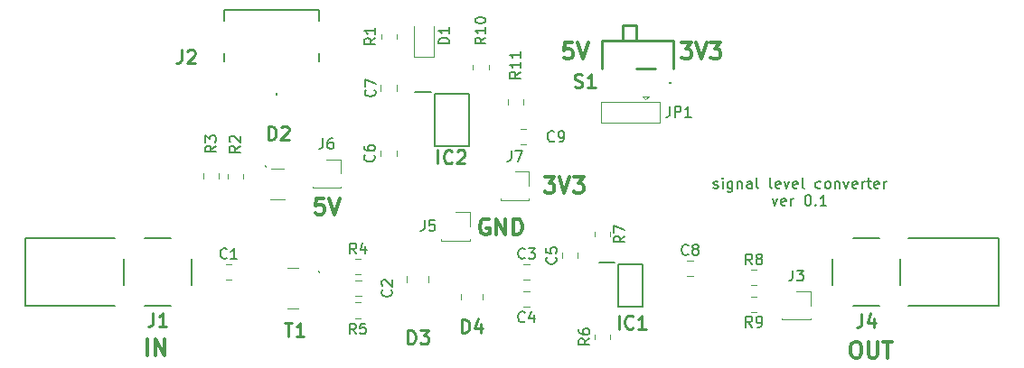
<source format=gto>
G04 #@! TF.GenerationSoftware,KiCad,Pcbnew,(6.0.0)*
G04 #@! TF.CreationDate,2022-02-06T13:52:44+09:00*
G04 #@! TF.ProjectId,mt_signallevelconv,6d745f73-6967-46e6-916c-6c6576656c63,0.1*
G04 #@! TF.SameCoordinates,Original*
G04 #@! TF.FileFunction,Legend,Top*
G04 #@! TF.FilePolarity,Positive*
%FSLAX46Y46*%
G04 Gerber Fmt 4.6, Leading zero omitted, Abs format (unit mm)*
G04 Created by KiCad (PCBNEW (6.0.0)) date 2022-02-06 13:52:44*
%MOMM*%
%LPD*%
G01*
G04 APERTURE LIST*
%ADD10C,0.150000*%
%ADD11C,0.300000*%
%ADD12C,0.254000*%
%ADD13C,0.120000*%
%ADD14C,0.200000*%
%ADD15C,0.100000*%
G04 APERTURE END LIST*
D10*
X106428571Y-67749761D02*
X106523809Y-67797380D01*
X106714285Y-67797380D01*
X106809523Y-67749761D01*
X106857142Y-67654523D01*
X106857142Y-67606904D01*
X106809523Y-67511666D01*
X106714285Y-67464047D01*
X106571428Y-67464047D01*
X106476190Y-67416428D01*
X106428571Y-67321190D01*
X106428571Y-67273571D01*
X106476190Y-67178333D01*
X106571428Y-67130714D01*
X106714285Y-67130714D01*
X106809523Y-67178333D01*
X107285714Y-67797380D02*
X107285714Y-67130714D01*
X107285714Y-66797380D02*
X107238095Y-66845000D01*
X107285714Y-66892619D01*
X107333333Y-66845000D01*
X107285714Y-66797380D01*
X107285714Y-66892619D01*
X108190476Y-67130714D02*
X108190476Y-67940238D01*
X108142857Y-68035476D01*
X108095238Y-68083095D01*
X108000000Y-68130714D01*
X107857142Y-68130714D01*
X107761904Y-68083095D01*
X108190476Y-67749761D02*
X108095238Y-67797380D01*
X107904761Y-67797380D01*
X107809523Y-67749761D01*
X107761904Y-67702142D01*
X107714285Y-67606904D01*
X107714285Y-67321190D01*
X107761904Y-67225952D01*
X107809523Y-67178333D01*
X107904761Y-67130714D01*
X108095238Y-67130714D01*
X108190476Y-67178333D01*
X108666666Y-67130714D02*
X108666666Y-67797380D01*
X108666666Y-67225952D02*
X108714285Y-67178333D01*
X108809523Y-67130714D01*
X108952380Y-67130714D01*
X109047619Y-67178333D01*
X109095238Y-67273571D01*
X109095238Y-67797380D01*
X110000000Y-67797380D02*
X110000000Y-67273571D01*
X109952380Y-67178333D01*
X109857142Y-67130714D01*
X109666666Y-67130714D01*
X109571428Y-67178333D01*
X110000000Y-67749761D02*
X109904761Y-67797380D01*
X109666666Y-67797380D01*
X109571428Y-67749761D01*
X109523809Y-67654523D01*
X109523809Y-67559285D01*
X109571428Y-67464047D01*
X109666666Y-67416428D01*
X109904761Y-67416428D01*
X110000000Y-67368809D01*
X110619047Y-67797380D02*
X110523809Y-67749761D01*
X110476190Y-67654523D01*
X110476190Y-66797380D01*
X111904761Y-67797380D02*
X111809523Y-67749761D01*
X111761904Y-67654523D01*
X111761904Y-66797380D01*
X112666666Y-67749761D02*
X112571428Y-67797380D01*
X112380952Y-67797380D01*
X112285714Y-67749761D01*
X112238095Y-67654523D01*
X112238095Y-67273571D01*
X112285714Y-67178333D01*
X112380952Y-67130714D01*
X112571428Y-67130714D01*
X112666666Y-67178333D01*
X112714285Y-67273571D01*
X112714285Y-67368809D01*
X112238095Y-67464047D01*
X113047619Y-67130714D02*
X113285714Y-67797380D01*
X113523809Y-67130714D01*
X114285714Y-67749761D02*
X114190476Y-67797380D01*
X114000000Y-67797380D01*
X113904761Y-67749761D01*
X113857142Y-67654523D01*
X113857142Y-67273571D01*
X113904761Y-67178333D01*
X114000000Y-67130714D01*
X114190476Y-67130714D01*
X114285714Y-67178333D01*
X114333333Y-67273571D01*
X114333333Y-67368809D01*
X113857142Y-67464047D01*
X114904761Y-67797380D02*
X114809523Y-67749761D01*
X114761904Y-67654523D01*
X114761904Y-66797380D01*
X116476190Y-67749761D02*
X116380952Y-67797380D01*
X116190476Y-67797380D01*
X116095238Y-67749761D01*
X116047619Y-67702142D01*
X116000000Y-67606904D01*
X116000000Y-67321190D01*
X116047619Y-67225952D01*
X116095238Y-67178333D01*
X116190476Y-67130714D01*
X116380952Y-67130714D01*
X116476190Y-67178333D01*
X117047619Y-67797380D02*
X116952380Y-67749761D01*
X116904761Y-67702142D01*
X116857142Y-67606904D01*
X116857142Y-67321190D01*
X116904761Y-67225952D01*
X116952380Y-67178333D01*
X117047619Y-67130714D01*
X117190476Y-67130714D01*
X117285714Y-67178333D01*
X117333333Y-67225952D01*
X117380952Y-67321190D01*
X117380952Y-67606904D01*
X117333333Y-67702142D01*
X117285714Y-67749761D01*
X117190476Y-67797380D01*
X117047619Y-67797380D01*
X117809523Y-67130714D02*
X117809523Y-67797380D01*
X117809523Y-67225952D02*
X117857142Y-67178333D01*
X117952380Y-67130714D01*
X118095238Y-67130714D01*
X118190476Y-67178333D01*
X118238095Y-67273571D01*
X118238095Y-67797380D01*
X118619047Y-67130714D02*
X118857142Y-67797380D01*
X119095238Y-67130714D01*
X119857142Y-67749761D02*
X119761904Y-67797380D01*
X119571428Y-67797380D01*
X119476190Y-67749761D01*
X119428571Y-67654523D01*
X119428571Y-67273571D01*
X119476190Y-67178333D01*
X119571428Y-67130714D01*
X119761904Y-67130714D01*
X119857142Y-67178333D01*
X119904761Y-67273571D01*
X119904761Y-67368809D01*
X119428571Y-67464047D01*
X120333333Y-67797380D02*
X120333333Y-67130714D01*
X120333333Y-67321190D02*
X120380952Y-67225952D01*
X120428571Y-67178333D01*
X120523809Y-67130714D01*
X120619047Y-67130714D01*
X120809523Y-67130714D02*
X121190476Y-67130714D01*
X120952380Y-66797380D02*
X120952380Y-67654523D01*
X121000000Y-67749761D01*
X121095238Y-67797380D01*
X121190476Y-67797380D01*
X121904761Y-67749761D02*
X121809523Y-67797380D01*
X121619047Y-67797380D01*
X121523809Y-67749761D01*
X121476190Y-67654523D01*
X121476190Y-67273571D01*
X121523809Y-67178333D01*
X121619047Y-67130714D01*
X121809523Y-67130714D01*
X121904761Y-67178333D01*
X121952380Y-67273571D01*
X121952380Y-67368809D01*
X121476190Y-67464047D01*
X122380952Y-67797380D02*
X122380952Y-67130714D01*
X122380952Y-67321190D02*
X122428571Y-67225952D01*
X122476190Y-67178333D01*
X122571428Y-67130714D01*
X122666666Y-67130714D01*
X111952380Y-68740714D02*
X112190476Y-69407380D01*
X112428571Y-68740714D01*
X113190476Y-69359761D02*
X113095238Y-69407380D01*
X112904761Y-69407380D01*
X112809523Y-69359761D01*
X112761904Y-69264523D01*
X112761904Y-68883571D01*
X112809523Y-68788333D01*
X112904761Y-68740714D01*
X113095238Y-68740714D01*
X113190476Y-68788333D01*
X113238095Y-68883571D01*
X113238095Y-68978809D01*
X112761904Y-69074047D01*
X113666666Y-69407380D02*
X113666666Y-68740714D01*
X113666666Y-68931190D02*
X113714285Y-68835952D01*
X113761904Y-68788333D01*
X113857142Y-68740714D01*
X113952380Y-68740714D01*
X115238095Y-68407380D02*
X115333333Y-68407380D01*
X115428571Y-68455000D01*
X115476190Y-68502619D01*
X115523809Y-68597857D01*
X115571428Y-68788333D01*
X115571428Y-69026428D01*
X115523809Y-69216904D01*
X115476190Y-69312142D01*
X115428571Y-69359761D01*
X115333333Y-69407380D01*
X115238095Y-69407380D01*
X115142857Y-69359761D01*
X115095238Y-69312142D01*
X115047619Y-69216904D01*
X115000000Y-69026428D01*
X115000000Y-68788333D01*
X115047619Y-68597857D01*
X115095238Y-68502619D01*
X115142857Y-68455000D01*
X115238095Y-68407380D01*
X116000000Y-69312142D02*
X116047619Y-69359761D01*
X116000000Y-69407380D01*
X115952380Y-69359761D01*
X116000000Y-69312142D01*
X116000000Y-69407380D01*
X117000000Y-69407380D02*
X116428571Y-69407380D01*
X116714285Y-69407380D02*
X116714285Y-68407380D01*
X116619047Y-68550238D01*
X116523809Y-68645476D01*
X116428571Y-68693095D01*
D11*
X93177885Y-54128571D02*
X92463600Y-54128571D01*
X92392171Y-54842857D01*
X92463600Y-54771428D01*
X92606457Y-54700000D01*
X92963600Y-54700000D01*
X93106457Y-54771428D01*
X93177885Y-54842857D01*
X93249314Y-54985714D01*
X93249314Y-55342857D01*
X93177885Y-55485714D01*
X93106457Y-55557142D01*
X92963600Y-55628571D01*
X92606457Y-55628571D01*
X92463600Y-55557142D01*
X92392171Y-55485714D01*
X93677885Y-54128571D02*
X94177885Y-55628571D01*
X94677885Y-54128571D01*
X119650000Y-82178571D02*
X119935714Y-82178571D01*
X120078571Y-82250000D01*
X120221428Y-82392857D01*
X120292857Y-82678571D01*
X120292857Y-83178571D01*
X120221428Y-83464285D01*
X120078571Y-83607142D01*
X119935714Y-83678571D01*
X119650000Y-83678571D01*
X119507142Y-83607142D01*
X119364285Y-83464285D01*
X119292857Y-83178571D01*
X119292857Y-82678571D01*
X119364285Y-82392857D01*
X119507142Y-82250000D01*
X119650000Y-82178571D01*
X120935714Y-82178571D02*
X120935714Y-83392857D01*
X121007142Y-83535714D01*
X121078571Y-83607142D01*
X121221428Y-83678571D01*
X121507142Y-83678571D01*
X121650000Y-83607142D01*
X121721428Y-83535714D01*
X121792857Y-83392857D01*
X121792857Y-82178571D01*
X122292857Y-82178571D02*
X123150000Y-82178571D01*
X122721428Y-83678571D02*
X122721428Y-82178571D01*
X69914285Y-68728571D02*
X69200000Y-68728571D01*
X69128571Y-69442857D01*
X69200000Y-69371428D01*
X69342857Y-69300000D01*
X69700000Y-69300000D01*
X69842857Y-69371428D01*
X69914285Y-69442857D01*
X69985714Y-69585714D01*
X69985714Y-69942857D01*
X69914285Y-70085714D01*
X69842857Y-70157142D01*
X69700000Y-70228571D01*
X69342857Y-70228571D01*
X69200000Y-70157142D01*
X69128571Y-70085714D01*
X70414285Y-68728571D02*
X70914285Y-70228571D01*
X71414285Y-68728571D01*
X53409885Y-83424571D02*
X53409885Y-81924571D01*
X54124171Y-83424571D02*
X54124171Y-81924571D01*
X54981314Y-83424571D01*
X54981314Y-81924571D01*
X103442857Y-54128571D02*
X104371428Y-54128571D01*
X103871428Y-54700000D01*
X104085714Y-54700000D01*
X104228571Y-54771428D01*
X104300000Y-54842857D01*
X104371428Y-54985714D01*
X104371428Y-55342857D01*
X104300000Y-55485714D01*
X104228571Y-55557142D01*
X104085714Y-55628571D01*
X103657142Y-55628571D01*
X103514285Y-55557142D01*
X103442857Y-55485714D01*
X104800000Y-54128571D02*
X105300000Y-55628571D01*
X105800000Y-54128571D01*
X106157142Y-54128571D02*
X107085714Y-54128571D01*
X106585714Y-54700000D01*
X106800000Y-54700000D01*
X106942857Y-54771428D01*
X107014285Y-54842857D01*
X107085714Y-54985714D01*
X107085714Y-55342857D01*
X107014285Y-55485714D01*
X106942857Y-55557142D01*
X106800000Y-55628571D01*
X106371428Y-55628571D01*
X106228571Y-55557142D01*
X106157142Y-55485714D01*
X90601657Y-66734571D02*
X91530228Y-66734571D01*
X91030228Y-67306000D01*
X91244514Y-67306000D01*
X91387371Y-67377428D01*
X91458800Y-67448857D01*
X91530228Y-67591714D01*
X91530228Y-67948857D01*
X91458800Y-68091714D01*
X91387371Y-68163142D01*
X91244514Y-68234571D01*
X90815942Y-68234571D01*
X90673085Y-68163142D01*
X90601657Y-68091714D01*
X91958800Y-66734571D02*
X92458800Y-68234571D01*
X92958800Y-66734571D01*
X93315942Y-66734571D02*
X94244514Y-66734571D01*
X93744514Y-67306000D01*
X93958800Y-67306000D01*
X94101657Y-67377428D01*
X94173085Y-67448857D01*
X94244514Y-67591714D01*
X94244514Y-67948857D01*
X94173085Y-68091714D01*
X94101657Y-68163142D01*
X93958800Y-68234571D01*
X93530228Y-68234571D01*
X93387371Y-68163142D01*
X93315942Y-68091714D01*
X85386942Y-70718400D02*
X85244085Y-70646971D01*
X85029800Y-70646971D01*
X84815514Y-70718400D01*
X84672657Y-70861257D01*
X84601228Y-71004114D01*
X84529800Y-71289828D01*
X84529800Y-71504114D01*
X84601228Y-71789828D01*
X84672657Y-71932685D01*
X84815514Y-72075542D01*
X85029800Y-72146971D01*
X85172657Y-72146971D01*
X85386942Y-72075542D01*
X85458371Y-72004114D01*
X85458371Y-71504114D01*
X85172657Y-71504114D01*
X86101228Y-72146971D02*
X86101228Y-70646971D01*
X86958371Y-72146971D01*
X86958371Y-70646971D01*
X87672657Y-72146971D02*
X87672657Y-70646971D01*
X88029800Y-70646971D01*
X88244085Y-70718400D01*
X88386942Y-70861257D01*
X88458371Y-71004114D01*
X88529800Y-71289828D01*
X88529800Y-71504114D01*
X88458371Y-71789828D01*
X88386942Y-71932685D01*
X88244085Y-72075542D01*
X88029800Y-72146971D01*
X87672657Y-72146971D01*
D10*
G04 #@! TO.C,C5*
X91633142Y-74255166D02*
X91680761Y-74302785D01*
X91728380Y-74445642D01*
X91728380Y-74540880D01*
X91680761Y-74683738D01*
X91585523Y-74778976D01*
X91490285Y-74826595D01*
X91299809Y-74874214D01*
X91156952Y-74874214D01*
X90966476Y-74826595D01*
X90871238Y-74778976D01*
X90776000Y-74683738D01*
X90728380Y-74540880D01*
X90728380Y-74445642D01*
X90776000Y-74302785D01*
X90823619Y-74255166D01*
X90728380Y-73350404D02*
X90728380Y-73826595D01*
X91204571Y-73874214D01*
X91156952Y-73826595D01*
X91109333Y-73731357D01*
X91109333Y-73493261D01*
X91156952Y-73398023D01*
X91204571Y-73350404D01*
X91299809Y-73302785D01*
X91537904Y-73302785D01*
X91633142Y-73350404D01*
X91680761Y-73398023D01*
X91728380Y-73493261D01*
X91728380Y-73731357D01*
X91680761Y-73826595D01*
X91633142Y-73874214D01*
G04 #@! TO.C,R7*
X98106380Y-72260666D02*
X97630190Y-72594000D01*
X98106380Y-72832095D02*
X97106380Y-72832095D01*
X97106380Y-72451142D01*
X97154000Y-72355904D01*
X97201619Y-72308285D01*
X97296857Y-72260666D01*
X97439714Y-72260666D01*
X97534952Y-72308285D01*
X97582571Y-72355904D01*
X97630190Y-72451142D01*
X97630190Y-72832095D01*
X97106380Y-71927333D02*
X97106380Y-71260666D01*
X98106380Y-71689238D01*
G04 #@! TO.C,R8*
X110049733Y-74944380D02*
X109716400Y-74468190D01*
X109478304Y-74944380D02*
X109478304Y-73944380D01*
X109859257Y-73944380D01*
X109954495Y-73992000D01*
X110002114Y-74039619D01*
X110049733Y-74134857D01*
X110049733Y-74277714D01*
X110002114Y-74372952D01*
X109954495Y-74420571D01*
X109859257Y-74468190D01*
X109478304Y-74468190D01*
X110621161Y-74372952D02*
X110525923Y-74325333D01*
X110478304Y-74277714D01*
X110430685Y-74182476D01*
X110430685Y-74134857D01*
X110478304Y-74039619D01*
X110525923Y-73992000D01*
X110621161Y-73944380D01*
X110811638Y-73944380D01*
X110906876Y-73992000D01*
X110954495Y-74039619D01*
X111002114Y-74134857D01*
X111002114Y-74182476D01*
X110954495Y-74277714D01*
X110906876Y-74325333D01*
X110811638Y-74372952D01*
X110621161Y-74372952D01*
X110525923Y-74420571D01*
X110478304Y-74468190D01*
X110430685Y-74563428D01*
X110430685Y-74753904D01*
X110478304Y-74849142D01*
X110525923Y-74896761D01*
X110621161Y-74944380D01*
X110811638Y-74944380D01*
X110906876Y-74896761D01*
X110954495Y-74849142D01*
X111002114Y-74753904D01*
X111002114Y-74563428D01*
X110954495Y-74468190D01*
X110906876Y-74420571D01*
X110811638Y-74372952D01*
G04 #@! TO.C,C2*
X76244342Y-77324666D02*
X76291961Y-77372285D01*
X76339580Y-77515142D01*
X76339580Y-77610380D01*
X76291961Y-77753238D01*
X76196723Y-77848476D01*
X76101485Y-77896095D01*
X75911009Y-77943714D01*
X75768152Y-77943714D01*
X75577676Y-77896095D01*
X75482438Y-77848476D01*
X75387200Y-77753238D01*
X75339580Y-77610380D01*
X75339580Y-77515142D01*
X75387200Y-77372285D01*
X75434819Y-77324666D01*
X75434819Y-76943714D02*
X75387200Y-76896095D01*
X75339580Y-76800857D01*
X75339580Y-76562761D01*
X75387200Y-76467523D01*
X75434819Y-76419904D01*
X75530057Y-76372285D01*
X75625295Y-76372285D01*
X75768152Y-76419904D01*
X76339580Y-76991333D01*
X76339580Y-76372285D01*
D12*
G04 #@! TO.C,IC1*
X97558238Y-80983723D02*
X97558238Y-79713723D01*
X98888714Y-80862771D02*
X98828238Y-80923247D01*
X98646809Y-80983723D01*
X98525857Y-80983723D01*
X98344428Y-80923247D01*
X98223476Y-80802295D01*
X98163000Y-80681342D01*
X98102523Y-80439438D01*
X98102523Y-80258009D01*
X98163000Y-80016104D01*
X98223476Y-79895152D01*
X98344428Y-79774200D01*
X98525857Y-79713723D01*
X98646809Y-79713723D01*
X98828238Y-79774200D01*
X98888714Y-79834676D01*
X100098238Y-80983723D02*
X99372523Y-80983723D01*
X99735380Y-80983723D02*
X99735380Y-79713723D01*
X99614428Y-79895152D01*
X99493476Y-80016104D01*
X99372523Y-80076580D01*
G04 #@! TO.C,T1*
X66242380Y-80424923D02*
X66968095Y-80424923D01*
X66605238Y-81694923D02*
X66605238Y-80424923D01*
X68056666Y-81694923D02*
X67330952Y-81694923D01*
X67693809Y-81694923D02*
X67693809Y-80424923D01*
X67572857Y-80606352D01*
X67451904Y-80727304D01*
X67330952Y-80787780D01*
G04 #@! TO.C,S1*
X93410380Y-58258047D02*
X93591809Y-58318523D01*
X93894190Y-58318523D01*
X94015142Y-58258047D01*
X94075619Y-58197571D01*
X94136095Y-58076619D01*
X94136095Y-57955666D01*
X94075619Y-57834714D01*
X94015142Y-57774238D01*
X93894190Y-57713761D01*
X93652285Y-57653285D01*
X93531333Y-57592809D01*
X93470857Y-57532333D01*
X93410380Y-57411380D01*
X93410380Y-57290428D01*
X93470857Y-57169476D01*
X93531333Y-57109000D01*
X93652285Y-57048523D01*
X93954666Y-57048523D01*
X94136095Y-57109000D01*
X95345619Y-58318523D02*
X94619904Y-58318523D01*
X94982761Y-58318523D02*
X94982761Y-57048523D01*
X94861809Y-57229952D01*
X94740857Y-57350904D01*
X94619904Y-57411380D01*
D10*
G04 #@! TO.C,C8*
X104063033Y-73955542D02*
X104015414Y-74003161D01*
X103872557Y-74050780D01*
X103777319Y-74050780D01*
X103634461Y-74003161D01*
X103539223Y-73907923D01*
X103491604Y-73812685D01*
X103443985Y-73622209D01*
X103443985Y-73479352D01*
X103491604Y-73288876D01*
X103539223Y-73193638D01*
X103634461Y-73098400D01*
X103777319Y-73050780D01*
X103872557Y-73050780D01*
X104015414Y-73098400D01*
X104063033Y-73146019D01*
X104634461Y-73479352D02*
X104539223Y-73431733D01*
X104491604Y-73384114D01*
X104443985Y-73288876D01*
X104443985Y-73241257D01*
X104491604Y-73146019D01*
X104539223Y-73098400D01*
X104634461Y-73050780D01*
X104824938Y-73050780D01*
X104920176Y-73098400D01*
X104967795Y-73146019D01*
X105015414Y-73241257D01*
X105015414Y-73288876D01*
X104967795Y-73384114D01*
X104920176Y-73431733D01*
X104824938Y-73479352D01*
X104634461Y-73479352D01*
X104539223Y-73526971D01*
X104491604Y-73574590D01*
X104443985Y-73669828D01*
X104443985Y-73860304D01*
X104491604Y-73955542D01*
X104539223Y-74003161D01*
X104634461Y-74050780D01*
X104824938Y-74050780D01*
X104920176Y-74003161D01*
X104967795Y-73955542D01*
X105015414Y-73860304D01*
X105015414Y-73669828D01*
X104967795Y-73574590D01*
X104920176Y-73526971D01*
X104824938Y-73479352D01*
D12*
G04 #@! TO.C,IC2*
X80598038Y-65467123D02*
X80598038Y-64197123D01*
X81928514Y-65346171D02*
X81868038Y-65406647D01*
X81686609Y-65467123D01*
X81565657Y-65467123D01*
X81384228Y-65406647D01*
X81263276Y-65285695D01*
X81202800Y-65164742D01*
X81142323Y-64922838D01*
X81142323Y-64741409D01*
X81202800Y-64499504D01*
X81263276Y-64378552D01*
X81384228Y-64257600D01*
X81565657Y-64197123D01*
X81686609Y-64197123D01*
X81868038Y-64257600D01*
X81928514Y-64318076D01*
X82412323Y-64318076D02*
X82472800Y-64257600D01*
X82593752Y-64197123D01*
X82896133Y-64197123D01*
X83017085Y-64257600D01*
X83077561Y-64318076D01*
X83138038Y-64439028D01*
X83138038Y-64559980D01*
X83077561Y-64741409D01*
X82351847Y-65467123D01*
X83138038Y-65467123D01*
D10*
G04 #@! TO.C,R3*
X59811180Y-63789266D02*
X59334990Y-64122600D01*
X59811180Y-64360695D02*
X58811180Y-64360695D01*
X58811180Y-63979742D01*
X58858800Y-63884504D01*
X58906419Y-63836885D01*
X59001657Y-63789266D01*
X59144514Y-63789266D01*
X59239752Y-63836885D01*
X59287371Y-63884504D01*
X59334990Y-63979742D01*
X59334990Y-64360695D01*
X58811180Y-63455933D02*
X58811180Y-62836885D01*
X59192133Y-63170219D01*
X59192133Y-63027361D01*
X59239752Y-62932123D01*
X59287371Y-62884504D01*
X59382609Y-62836885D01*
X59620704Y-62836885D01*
X59715942Y-62884504D01*
X59763561Y-62932123D01*
X59811180Y-63027361D01*
X59811180Y-63313076D01*
X59763561Y-63408314D01*
X59715942Y-63455933D01*
G04 #@! TO.C,J3*
X113845466Y-75465980D02*
X113845466Y-76180266D01*
X113797847Y-76323123D01*
X113702609Y-76418361D01*
X113559752Y-76465980D01*
X113464514Y-76465980D01*
X114226419Y-75465980D02*
X114845466Y-75465980D01*
X114512133Y-75846933D01*
X114654990Y-75846933D01*
X114750228Y-75894552D01*
X114797847Y-75942171D01*
X114845466Y-76037409D01*
X114845466Y-76275504D01*
X114797847Y-76370742D01*
X114750228Y-76418361D01*
X114654990Y-76465980D01*
X114369276Y-76465980D01*
X114274038Y-76418361D01*
X114226419Y-76370742D01*
G04 #@! TO.C,J5*
X79341666Y-70777380D02*
X79341666Y-71491666D01*
X79294047Y-71634523D01*
X79198809Y-71729761D01*
X79055952Y-71777380D01*
X78960714Y-71777380D01*
X80294047Y-70777380D02*
X79817857Y-70777380D01*
X79770238Y-71253571D01*
X79817857Y-71205952D01*
X79913095Y-71158333D01*
X80151190Y-71158333D01*
X80246428Y-71205952D01*
X80294047Y-71253571D01*
X80341666Y-71348809D01*
X80341666Y-71586904D01*
X80294047Y-71682142D01*
X80246428Y-71729761D01*
X80151190Y-71777380D01*
X79913095Y-71777380D01*
X79817857Y-71729761D01*
X79770238Y-71682142D01*
G04 #@! TO.C,R5*
X72926533Y-81471180D02*
X72593200Y-80994990D01*
X72355104Y-81471180D02*
X72355104Y-80471180D01*
X72736057Y-80471180D01*
X72831295Y-80518800D01*
X72878914Y-80566419D01*
X72926533Y-80661657D01*
X72926533Y-80804514D01*
X72878914Y-80899752D01*
X72831295Y-80947371D01*
X72736057Y-80994990D01*
X72355104Y-80994990D01*
X73831295Y-80471180D02*
X73355104Y-80471180D01*
X73307485Y-80947371D01*
X73355104Y-80899752D01*
X73450342Y-80852133D01*
X73688438Y-80852133D01*
X73783676Y-80899752D01*
X73831295Y-80947371D01*
X73878914Y-81042609D01*
X73878914Y-81280704D01*
X73831295Y-81375942D01*
X73783676Y-81423561D01*
X73688438Y-81471180D01*
X73450342Y-81471180D01*
X73355104Y-81423561D01*
X73307485Y-81375942D01*
G04 #@! TO.C,R6*
X94806380Y-81880666D02*
X94330190Y-82214000D01*
X94806380Y-82452095D02*
X93806380Y-82452095D01*
X93806380Y-82071142D01*
X93854000Y-81975904D01*
X93901619Y-81928285D01*
X93996857Y-81880666D01*
X94139714Y-81880666D01*
X94234952Y-81928285D01*
X94282571Y-81975904D01*
X94330190Y-82071142D01*
X94330190Y-82452095D01*
X93806380Y-81023523D02*
X93806380Y-81214000D01*
X93854000Y-81309238D01*
X93901619Y-81356857D01*
X94044476Y-81452095D01*
X94234952Y-81499714D01*
X94615904Y-81499714D01*
X94711142Y-81452095D01*
X94758761Y-81404476D01*
X94806380Y-81309238D01*
X94806380Y-81118761D01*
X94758761Y-81023523D01*
X94711142Y-80975904D01*
X94615904Y-80928285D01*
X94377809Y-80928285D01*
X94282571Y-80975904D01*
X94234952Y-81023523D01*
X94187333Y-81118761D01*
X94187333Y-81309238D01*
X94234952Y-81404476D01*
X94282571Y-81452095D01*
X94377809Y-81499714D01*
G04 #@! TO.C,JP1*
X102333066Y-60091980D02*
X102333066Y-60806266D01*
X102285447Y-60949123D01*
X102190209Y-61044361D01*
X102047352Y-61091980D01*
X101952114Y-61091980D01*
X102809257Y-61091980D02*
X102809257Y-60091980D01*
X103190209Y-60091980D01*
X103285447Y-60139600D01*
X103333066Y-60187219D01*
X103380685Y-60282457D01*
X103380685Y-60425314D01*
X103333066Y-60520552D01*
X103285447Y-60568171D01*
X103190209Y-60615790D01*
X102809257Y-60615790D01*
X104333066Y-61091980D02*
X103761638Y-61091980D01*
X104047352Y-61091980D02*
X104047352Y-60091980D01*
X103952114Y-60234838D01*
X103856876Y-60330076D01*
X103761638Y-60377695D01*
G04 #@! TO.C,C9*
X91502933Y-63315742D02*
X91455314Y-63363361D01*
X91312457Y-63410980D01*
X91217219Y-63410980D01*
X91074361Y-63363361D01*
X90979123Y-63268123D01*
X90931504Y-63172885D01*
X90883885Y-62982409D01*
X90883885Y-62839552D01*
X90931504Y-62649076D01*
X90979123Y-62553838D01*
X91074361Y-62458600D01*
X91217219Y-62410980D01*
X91312457Y-62410980D01*
X91455314Y-62458600D01*
X91502933Y-62506219D01*
X91979123Y-63410980D02*
X92169600Y-63410980D01*
X92264838Y-63363361D01*
X92312457Y-63315742D01*
X92407695Y-63172885D01*
X92455314Y-62982409D01*
X92455314Y-62601457D01*
X92407695Y-62506219D01*
X92360076Y-62458600D01*
X92264838Y-62410980D01*
X92074361Y-62410980D01*
X91979123Y-62458600D01*
X91931504Y-62506219D01*
X91883885Y-62601457D01*
X91883885Y-62839552D01*
X91931504Y-62934790D01*
X91979123Y-62982409D01*
X92074361Y-63030028D01*
X92264838Y-63030028D01*
X92360076Y-62982409D01*
X92407695Y-62934790D01*
X92455314Y-62839552D01*
G04 #@! TO.C,J6*
X69845866Y-63073580D02*
X69845866Y-63787866D01*
X69798247Y-63930723D01*
X69703009Y-64025961D01*
X69560152Y-64073580D01*
X69464914Y-64073580D01*
X70750628Y-63073580D02*
X70560152Y-63073580D01*
X70464914Y-63121200D01*
X70417295Y-63168819D01*
X70322057Y-63311676D01*
X70274438Y-63502152D01*
X70274438Y-63883104D01*
X70322057Y-63978342D01*
X70369676Y-64025961D01*
X70464914Y-64073580D01*
X70655390Y-64073580D01*
X70750628Y-64025961D01*
X70798247Y-63978342D01*
X70845866Y-63883104D01*
X70845866Y-63645009D01*
X70798247Y-63549771D01*
X70750628Y-63502152D01*
X70655390Y-63454533D01*
X70464914Y-63454533D01*
X70369676Y-63502152D01*
X70322057Y-63549771D01*
X70274438Y-63645009D01*
D12*
G04 #@! TO.C,D2*
X64720619Y-63229923D02*
X64720619Y-61959923D01*
X65023000Y-61959923D01*
X65204428Y-62020400D01*
X65325380Y-62141352D01*
X65385857Y-62262304D01*
X65446333Y-62504209D01*
X65446333Y-62685638D01*
X65385857Y-62927542D01*
X65325380Y-63048495D01*
X65204428Y-63169447D01*
X65023000Y-63229923D01*
X64720619Y-63229923D01*
X65930142Y-62080876D02*
X65990619Y-62020400D01*
X66111571Y-61959923D01*
X66413952Y-61959923D01*
X66534904Y-62020400D01*
X66595380Y-62080876D01*
X66655857Y-62201828D01*
X66655857Y-62322780D01*
X66595380Y-62504209D01*
X65869666Y-63229923D01*
X66655857Y-63229923D01*
D10*
G04 #@! TO.C,C4*
X88746833Y-80258342D02*
X88699214Y-80305961D01*
X88556357Y-80353580D01*
X88461119Y-80353580D01*
X88318261Y-80305961D01*
X88223023Y-80210723D01*
X88175404Y-80115485D01*
X88127785Y-79925009D01*
X88127785Y-79782152D01*
X88175404Y-79591676D01*
X88223023Y-79496438D01*
X88318261Y-79401200D01*
X88461119Y-79353580D01*
X88556357Y-79353580D01*
X88699214Y-79401200D01*
X88746833Y-79448819D01*
X89603976Y-79686914D02*
X89603976Y-80353580D01*
X89365880Y-79305961D02*
X89127785Y-80020247D01*
X89746833Y-80020247D01*
G04 #@! TO.C,R11*
X88335380Y-56874057D02*
X87859190Y-57207390D01*
X88335380Y-57445485D02*
X87335380Y-57445485D01*
X87335380Y-57064533D01*
X87383000Y-56969295D01*
X87430619Y-56921676D01*
X87525857Y-56874057D01*
X87668714Y-56874057D01*
X87763952Y-56921676D01*
X87811571Y-56969295D01*
X87859190Y-57064533D01*
X87859190Y-57445485D01*
X88335380Y-55921676D02*
X88335380Y-56493104D01*
X88335380Y-56207390D02*
X87335380Y-56207390D01*
X87478238Y-56302628D01*
X87573476Y-56397866D01*
X87621095Y-56493104D01*
X88335380Y-54969295D02*
X88335380Y-55540723D01*
X88335380Y-55255009D02*
X87335380Y-55255009D01*
X87478238Y-55350247D01*
X87573476Y-55445485D01*
X87621095Y-55540723D01*
G04 #@! TO.C,C3*
X88746833Y-74311142D02*
X88699214Y-74358761D01*
X88556357Y-74406380D01*
X88461119Y-74406380D01*
X88318261Y-74358761D01*
X88223023Y-74263523D01*
X88175404Y-74168285D01*
X88127785Y-73977809D01*
X88127785Y-73834952D01*
X88175404Y-73644476D01*
X88223023Y-73549238D01*
X88318261Y-73454000D01*
X88461119Y-73406380D01*
X88556357Y-73406380D01*
X88699214Y-73454000D01*
X88746833Y-73501619D01*
X89080166Y-73406380D02*
X89699214Y-73406380D01*
X89365880Y-73787333D01*
X89508738Y-73787333D01*
X89603976Y-73834952D01*
X89651595Y-73882571D01*
X89699214Y-73977809D01*
X89699214Y-74215904D01*
X89651595Y-74311142D01*
X89603976Y-74358761D01*
X89508738Y-74406380D01*
X89223023Y-74406380D01*
X89127785Y-74358761D01*
X89080166Y-74311142D01*
G04 #@! TO.C,C1*
X60836133Y-74311142D02*
X60788514Y-74358761D01*
X60645657Y-74406380D01*
X60550419Y-74406380D01*
X60407561Y-74358761D01*
X60312323Y-74263523D01*
X60264704Y-74168285D01*
X60217085Y-73977809D01*
X60217085Y-73834952D01*
X60264704Y-73644476D01*
X60312323Y-73549238D01*
X60407561Y-73454000D01*
X60550419Y-73406380D01*
X60645657Y-73406380D01*
X60788514Y-73454000D01*
X60836133Y-73501619D01*
X61788514Y-74406380D02*
X61217085Y-74406380D01*
X61502800Y-74406380D02*
X61502800Y-73406380D01*
X61407561Y-73549238D01*
X61312323Y-73644476D01*
X61217085Y-73692095D01*
G04 #@! TO.C,R2*
X62071780Y-63814666D02*
X61595590Y-64148000D01*
X62071780Y-64386095D02*
X61071780Y-64386095D01*
X61071780Y-64005142D01*
X61119400Y-63909904D01*
X61167019Y-63862285D01*
X61262257Y-63814666D01*
X61405114Y-63814666D01*
X61500352Y-63862285D01*
X61547971Y-63909904D01*
X61595590Y-64005142D01*
X61595590Y-64386095D01*
X61167019Y-63433714D02*
X61119400Y-63386095D01*
X61071780Y-63290857D01*
X61071780Y-63052761D01*
X61119400Y-62957523D01*
X61167019Y-62909904D01*
X61262257Y-62862285D01*
X61357495Y-62862285D01*
X61500352Y-62909904D01*
X62071780Y-63481333D01*
X62071780Y-62862285D01*
G04 #@! TO.C,R10*
X85084180Y-53622857D02*
X84607990Y-53956190D01*
X85084180Y-54194285D02*
X84084180Y-54194285D01*
X84084180Y-53813333D01*
X84131800Y-53718095D01*
X84179419Y-53670476D01*
X84274657Y-53622857D01*
X84417514Y-53622857D01*
X84512752Y-53670476D01*
X84560371Y-53718095D01*
X84607990Y-53813333D01*
X84607990Y-54194285D01*
X85084180Y-52670476D02*
X85084180Y-53241904D01*
X85084180Y-52956190D02*
X84084180Y-52956190D01*
X84227038Y-53051428D01*
X84322276Y-53146666D01*
X84369895Y-53241904D01*
X84084180Y-52051428D02*
X84084180Y-51956190D01*
X84131800Y-51860952D01*
X84179419Y-51813333D01*
X84274657Y-51765714D01*
X84465133Y-51718095D01*
X84703228Y-51718095D01*
X84893704Y-51765714D01*
X84988942Y-51813333D01*
X85036561Y-51860952D01*
X85084180Y-51956190D01*
X85084180Y-52051428D01*
X85036561Y-52146666D01*
X84988942Y-52194285D01*
X84893704Y-52241904D01*
X84703228Y-52289523D01*
X84465133Y-52289523D01*
X84274657Y-52241904D01*
X84179419Y-52194285D01*
X84131800Y-52146666D01*
X84084180Y-52051428D01*
G04 #@! TO.C,J7*
X87475466Y-64238380D02*
X87475466Y-64952666D01*
X87427847Y-65095523D01*
X87332609Y-65190761D01*
X87189752Y-65238380D01*
X87094514Y-65238380D01*
X87856419Y-64238380D02*
X88523085Y-64238380D01*
X88094514Y-65238380D01*
D12*
G04 #@! TO.C,J4*
X120308666Y-79561323D02*
X120308666Y-80468466D01*
X120248190Y-80649895D01*
X120127238Y-80770847D01*
X119945809Y-80831323D01*
X119824857Y-80831323D01*
X121457714Y-79984657D02*
X121457714Y-80831323D01*
X121155333Y-79500847D02*
X120852952Y-80407990D01*
X121639142Y-80407990D01*
G04 #@! TO.C,D4*
X82823819Y-81339323D02*
X82823819Y-80069323D01*
X83126200Y-80069323D01*
X83307628Y-80129800D01*
X83428580Y-80250752D01*
X83489057Y-80371704D01*
X83549533Y-80613609D01*
X83549533Y-80795038D01*
X83489057Y-81036942D01*
X83428580Y-81157895D01*
X83307628Y-81278847D01*
X83126200Y-81339323D01*
X82823819Y-81339323D01*
X84638104Y-80492657D02*
X84638104Y-81339323D01*
X84335723Y-80008847D02*
X84033342Y-80915990D01*
X84819533Y-80915990D01*
D10*
G04 #@! TO.C,C6*
X74600342Y-64652866D02*
X74647961Y-64700485D01*
X74695580Y-64843342D01*
X74695580Y-64938580D01*
X74647961Y-65081438D01*
X74552723Y-65176676D01*
X74457485Y-65224295D01*
X74267009Y-65271914D01*
X74124152Y-65271914D01*
X73933676Y-65224295D01*
X73838438Y-65176676D01*
X73743200Y-65081438D01*
X73695580Y-64938580D01*
X73695580Y-64843342D01*
X73743200Y-64700485D01*
X73790819Y-64652866D01*
X73695580Y-63795723D02*
X73695580Y-63986200D01*
X73743200Y-64081438D01*
X73790819Y-64129057D01*
X73933676Y-64224295D01*
X74124152Y-64271914D01*
X74505104Y-64271914D01*
X74600342Y-64224295D01*
X74647961Y-64176676D01*
X74695580Y-64081438D01*
X74695580Y-63890961D01*
X74647961Y-63795723D01*
X74600342Y-63748104D01*
X74505104Y-63700485D01*
X74267009Y-63700485D01*
X74171771Y-63748104D01*
X74124152Y-63795723D01*
X74076533Y-63890961D01*
X74076533Y-64081438D01*
X74124152Y-64176676D01*
X74171771Y-64224295D01*
X74267009Y-64271914D01*
G04 #@! TO.C,R9*
X110049733Y-80810780D02*
X109716400Y-80334590D01*
X109478304Y-80810780D02*
X109478304Y-79810780D01*
X109859257Y-79810780D01*
X109954495Y-79858400D01*
X110002114Y-79906019D01*
X110049733Y-80001257D01*
X110049733Y-80144114D01*
X110002114Y-80239352D01*
X109954495Y-80286971D01*
X109859257Y-80334590D01*
X109478304Y-80334590D01*
X110525923Y-80810780D02*
X110716400Y-80810780D01*
X110811638Y-80763161D01*
X110859257Y-80715542D01*
X110954495Y-80572685D01*
X111002114Y-80382209D01*
X111002114Y-80001257D01*
X110954495Y-79906019D01*
X110906876Y-79858400D01*
X110811638Y-79810780D01*
X110621161Y-79810780D01*
X110525923Y-79858400D01*
X110478304Y-79906019D01*
X110430685Y-80001257D01*
X110430685Y-80239352D01*
X110478304Y-80334590D01*
X110525923Y-80382209D01*
X110621161Y-80429828D01*
X110811638Y-80429828D01*
X110906876Y-80382209D01*
X110954495Y-80334590D01*
X111002114Y-80239352D01*
G04 #@! TO.C,C7*
X74672942Y-58535366D02*
X74720561Y-58582985D01*
X74768180Y-58725842D01*
X74768180Y-58821080D01*
X74720561Y-58963938D01*
X74625323Y-59059176D01*
X74530085Y-59106795D01*
X74339609Y-59154414D01*
X74196752Y-59154414D01*
X74006276Y-59106795D01*
X73911038Y-59059176D01*
X73815800Y-58963938D01*
X73768180Y-58821080D01*
X73768180Y-58725842D01*
X73815800Y-58582985D01*
X73863419Y-58535366D01*
X73768180Y-58202033D02*
X73768180Y-57535366D01*
X74768180Y-57963938D01*
D12*
G04 #@! TO.C,J1*
X53924666Y-79459723D02*
X53924666Y-80366866D01*
X53864190Y-80548295D01*
X53743238Y-80669247D01*
X53561809Y-80729723D01*
X53440857Y-80729723D01*
X55194666Y-80729723D02*
X54468952Y-80729723D01*
X54831809Y-80729723D02*
X54831809Y-79459723D01*
X54710857Y-79641152D01*
X54589904Y-79762104D01*
X54468952Y-79822580D01*
G04 #@! TO.C,J2*
X56601666Y-54779523D02*
X56601666Y-55686666D01*
X56541190Y-55868095D01*
X56420238Y-55989047D01*
X56238809Y-56049523D01*
X56117857Y-56049523D01*
X57145952Y-54900476D02*
X57206428Y-54840000D01*
X57327380Y-54779523D01*
X57629761Y-54779523D01*
X57750714Y-54840000D01*
X57811190Y-54900476D01*
X57871666Y-55021428D01*
X57871666Y-55142380D01*
X57811190Y-55323809D01*
X57085476Y-56049523D01*
X57871666Y-56049523D01*
D10*
G04 #@! TO.C,D1*
X81680580Y-54200695D02*
X80680580Y-54200695D01*
X80680580Y-53962600D01*
X80728200Y-53819742D01*
X80823438Y-53724504D01*
X80918676Y-53676885D01*
X81109152Y-53629266D01*
X81252009Y-53629266D01*
X81442485Y-53676885D01*
X81537723Y-53724504D01*
X81632961Y-53819742D01*
X81680580Y-53962600D01*
X81680580Y-54200695D01*
X81680580Y-52676885D02*
X81680580Y-53248314D01*
X81680580Y-52962600D02*
X80680580Y-52962600D01*
X80823438Y-53057838D01*
X80918676Y-53153076D01*
X80966295Y-53248314D01*
D12*
G04 #@! TO.C,D3*
X77794619Y-82393423D02*
X77794619Y-81123423D01*
X78097000Y-81123423D01*
X78278428Y-81183900D01*
X78399380Y-81304852D01*
X78459857Y-81425804D01*
X78520333Y-81667709D01*
X78520333Y-81849138D01*
X78459857Y-82091042D01*
X78399380Y-82211995D01*
X78278428Y-82332947D01*
X78097000Y-82393423D01*
X77794619Y-82393423D01*
X78943666Y-81123423D02*
X79729857Y-81123423D01*
X79306523Y-81607233D01*
X79487952Y-81607233D01*
X79608904Y-81667709D01*
X79669380Y-81728185D01*
X79729857Y-81849138D01*
X79729857Y-82151519D01*
X79669380Y-82272471D01*
X79608904Y-82332947D01*
X79487952Y-82393423D01*
X79125095Y-82393423D01*
X79004142Y-82332947D01*
X78943666Y-82272471D01*
D10*
G04 #@! TO.C,R1*
X74746380Y-53680066D02*
X74270190Y-54013400D01*
X74746380Y-54251495D02*
X73746380Y-54251495D01*
X73746380Y-53870542D01*
X73794000Y-53775304D01*
X73841619Y-53727685D01*
X73936857Y-53680066D01*
X74079714Y-53680066D01*
X74174952Y-53727685D01*
X74222571Y-53775304D01*
X74270190Y-53870542D01*
X74270190Y-54251495D01*
X74746380Y-52727685D02*
X74746380Y-53299114D01*
X74746380Y-53013400D02*
X73746380Y-53013400D01*
X73889238Y-53108638D01*
X73984476Y-53203876D01*
X74032095Y-53299114D01*
G04 #@! TO.C,R4*
X72961333Y-73928380D02*
X72628000Y-73452190D01*
X72389904Y-73928380D02*
X72389904Y-72928380D01*
X72770857Y-72928380D01*
X72866095Y-72976000D01*
X72913714Y-73023619D01*
X72961333Y-73118857D01*
X72961333Y-73261714D01*
X72913714Y-73356952D01*
X72866095Y-73404571D01*
X72770857Y-73452190D01*
X72389904Y-73452190D01*
X73818476Y-73261714D02*
X73818476Y-73928380D01*
X73580380Y-72880761D02*
X73342285Y-73595047D01*
X73961333Y-73595047D01*
D13*
G04 #@! TO.C,C5*
X92221000Y-74349752D02*
X92221000Y-73827248D01*
X93691000Y-74349752D02*
X93691000Y-73827248D01*
G04 #@! TO.C,R7*
X96739000Y-71866936D02*
X96739000Y-72321064D01*
X95269000Y-71866936D02*
X95269000Y-72321064D01*
G04 #@! TO.C,R8*
X109989336Y-75407000D02*
X110443464Y-75407000D01*
X109989336Y-76877000D02*
X110443464Y-76877000D01*
G04 #@! TO.C,C2*
X72904248Y-76423000D02*
X73426752Y-76423000D01*
X72904248Y-77893000D02*
X73426752Y-77893000D01*
D14*
G04 #@! TO.C,IC1*
X99795600Y-78924000D02*
X97495600Y-78924000D01*
X99795600Y-74884000D02*
X99795600Y-78924000D01*
X97495600Y-78924000D02*
X97495600Y-74884000D01*
X97495600Y-74884000D02*
X99795600Y-74884000D01*
X95720600Y-74704000D02*
X97145600Y-74704000D01*
D15*
G04 #@! TO.C,T1*
X67549000Y-79063000D02*
X66549000Y-79063000D01*
X69449000Y-75558000D02*
X69449000Y-75558000D01*
X69449000Y-75658000D02*
X69449000Y-75658000D01*
X67549000Y-75253000D02*
X66549000Y-75253000D01*
X69448000Y-75658000D02*
G75*
G03*
X69449000Y-75558000I500J50000D01*
G01*
X69448000Y-75558000D02*
G75*
G03*
X69449000Y-75658000I500J-50000D01*
G01*
D12*
G04 #@! TO.C,S1*
X99205600Y-53957665D02*
X99205600Y-52457665D01*
X101009270Y-56557665D02*
X99160270Y-56557665D01*
X99205600Y-52457665D02*
X97905600Y-52457665D01*
X97905600Y-52457665D02*
X97905600Y-53957665D01*
X95955600Y-56557665D02*
X95955600Y-53957665D01*
X95955600Y-53957665D02*
X102655600Y-53957665D01*
X102655600Y-53957665D02*
X102655600Y-56557665D01*
X102379930Y-57896335D02*
G75*
G03*
X102379930Y-57896335I-54000J0D01*
G01*
D13*
G04 #@! TO.C,C8*
X103968448Y-74543400D02*
X104490952Y-74543400D01*
X103968448Y-76013400D02*
X104490952Y-76013400D01*
D14*
G04 #@! TO.C,IC2*
X78442900Y-58756600D02*
X79969900Y-58756600D01*
X83515900Y-58884600D02*
X83515900Y-63788600D01*
X80319900Y-63788600D02*
X80319900Y-58884600D01*
X80319900Y-58884600D02*
X83515900Y-58884600D01*
X83515900Y-63788600D02*
X80319900Y-63788600D01*
D13*
G04 #@! TO.C,R3*
X58598400Y-66392736D02*
X58598400Y-66846864D01*
X60068400Y-66392736D02*
X60068400Y-66846864D01*
G04 #@! TO.C,J3*
X114178800Y-77453600D02*
X115508800Y-77453600D01*
X112848800Y-80113600D02*
X115508800Y-80113600D01*
X115508800Y-77453600D02*
X115508800Y-78783600D01*
X112848800Y-79993600D02*
X112848800Y-80113600D01*
X115508800Y-79993600D02*
X115508800Y-80113600D01*
G04 #@! TO.C,J5*
X80932600Y-72576800D02*
X80932600Y-72696800D01*
X83592600Y-72576800D02*
X83592600Y-72696800D01*
X83592600Y-70036800D02*
X83592600Y-71366800D01*
X80932600Y-72696800D02*
X83592600Y-72696800D01*
X82262600Y-70036800D02*
X83592600Y-70036800D01*
G04 #@! TO.C,R5*
X72900936Y-78505800D02*
X73355064Y-78505800D01*
X72900936Y-79975800D02*
X73355064Y-79975800D01*
G04 #@! TO.C,R6*
X96739000Y-81941064D02*
X96739000Y-81486936D01*
X95269000Y-81941064D02*
X95269000Y-81486936D01*
G04 #@! TO.C,JP1*
X100077200Y-59439600D02*
X100377200Y-59139600D01*
X100377200Y-59139600D02*
X99777200Y-59139600D01*
X95927200Y-59689600D02*
X101427200Y-59689600D01*
X101427200Y-61639600D02*
X95927200Y-61639600D01*
X101427200Y-59689600D02*
X101427200Y-61639600D01*
X95927200Y-61639600D02*
X95927200Y-59689600D01*
X99777200Y-59139600D02*
X100077200Y-59439600D01*
G04 #@! TO.C,C9*
X88381848Y-62223600D02*
X88904352Y-62223600D01*
X88381848Y-63693600D02*
X88904352Y-63693600D01*
G04 #@! TO.C,J6*
X71509200Y-67601200D02*
X71509200Y-67721200D01*
X68849200Y-67721200D02*
X71509200Y-67721200D01*
X71509200Y-65061200D02*
X71509200Y-66391200D01*
X70179200Y-65061200D02*
X71509200Y-65061200D01*
X68849200Y-67601200D02*
X68849200Y-67721200D01*
D15*
G04 #@! TO.C,D2*
X64458400Y-65750800D02*
X64458400Y-65750800D01*
X66208400Y-65900800D02*
X64958400Y-65900800D01*
X64458400Y-65650800D02*
X64458400Y-65650800D01*
X66258400Y-68800800D02*
X64908400Y-68800800D01*
X64458400Y-65650800D02*
G75*
G03*
X64458400Y-65750800I0J-50000D01*
G01*
X64458400Y-65750800D02*
G75*
G03*
X64458400Y-65650800I0J50000D01*
G01*
D13*
G04 #@! TO.C,C4*
X88652248Y-77439000D02*
X89174752Y-77439000D01*
X88652248Y-78909000D02*
X89174752Y-78909000D01*
G04 #@! TO.C,R11*
X88618000Y-59449136D02*
X88618000Y-59903264D01*
X87148000Y-59449136D02*
X87148000Y-59903264D01*
G04 #@! TO.C,C3*
X88652248Y-76369000D02*
X89174752Y-76369000D01*
X88652248Y-74899000D02*
X89174752Y-74899000D01*
G04 #@! TO.C,C1*
X60741548Y-74899000D02*
X61264052Y-74899000D01*
X60741548Y-76369000D02*
X61264052Y-76369000D01*
G04 #@! TO.C,R2*
X60884400Y-66418136D02*
X60884400Y-66872264D01*
X62354400Y-66418136D02*
X62354400Y-66872264D01*
G04 #@! TO.C,R10*
X83896800Y-56197936D02*
X83896800Y-56652064D01*
X85366800Y-56197936D02*
X85366800Y-56652064D01*
G04 #@! TO.C,J7*
X89138800Y-66226000D02*
X89138800Y-67556000D01*
X86478800Y-68766000D02*
X86478800Y-68886000D01*
X86478800Y-68886000D02*
X89138800Y-68886000D01*
X87808800Y-66226000D02*
X89138800Y-66226000D01*
X89138800Y-68766000D02*
X89138800Y-68886000D01*
D14*
G04 #@! TO.C,J4*
X123907000Y-74432000D02*
X123907000Y-76836000D01*
X121934000Y-78809000D02*
X119530000Y-78809000D01*
X133107000Y-78809000D02*
X124707000Y-78809000D01*
X121934000Y-72459000D02*
X119530000Y-72459000D01*
X117557000Y-74432000D02*
X117557000Y-76836000D01*
X133107000Y-72459000D02*
X133107000Y-78809000D01*
X133107000Y-72459000D02*
X124707000Y-72459000D01*
D15*
G04 #@! TO.C,D4*
X82787000Y-78248000D02*
X82787000Y-77679000D01*
X84837000Y-78248000D02*
X84837000Y-77679000D01*
D13*
G04 #@! TO.C,C6*
X76730800Y-64228848D02*
X76730800Y-64751352D01*
X75260800Y-64228848D02*
X75260800Y-64751352D01*
G04 #@! TO.C,R9*
X109989336Y-77947000D02*
X110443464Y-77947000D01*
X109989336Y-79417000D02*
X110443464Y-79417000D01*
G04 #@! TO.C,C7*
X76730800Y-58629952D02*
X76730800Y-58107448D01*
X75260800Y-58629952D02*
X75260800Y-58107448D01*
D14*
G04 #@! TO.C,J1*
X53146000Y-72459000D02*
X55550000Y-72459000D01*
X53146000Y-78809000D02*
X55550000Y-78809000D01*
X41973000Y-78809000D02*
X41973000Y-72459000D01*
X51173000Y-76836000D02*
X51173000Y-74432000D01*
X41973000Y-78809000D02*
X50373000Y-78809000D01*
X41973000Y-72459000D02*
X50373000Y-72459000D01*
X57523000Y-76836000D02*
X57523000Y-74432000D01*
G04 #@! TO.C,J2*
X60555000Y-51025000D02*
X60555000Y-52075000D01*
X69495000Y-52075000D02*
X69495000Y-51025000D01*
X65525000Y-58975000D02*
X65525000Y-58975000D01*
X69495000Y-55875000D02*
X69495000Y-55075000D01*
X60555000Y-55875000D02*
X60555000Y-55075000D01*
X69495000Y-51025000D02*
X60555000Y-51025000D01*
X65525000Y-58975000D02*
X65525000Y-58975000D01*
X65525000Y-58875000D02*
X65525000Y-58875000D01*
X65525000Y-58975000D02*
G75*
G03*
X65525000Y-58875000I0J50000D01*
G01*
X65525000Y-58875000D02*
G75*
G03*
X65525000Y-58975000I0J-50000D01*
G01*
X65525000Y-58975000D02*
G75*
G03*
X65525000Y-58875000I0J50000D01*
G01*
D13*
G04 #@! TO.C,D1*
X78337800Y-52580600D02*
X78337800Y-55440600D01*
X80257800Y-55440600D02*
X80257800Y-52580600D01*
X78337800Y-55440600D02*
X80257800Y-55440600D01*
D15*
G04 #@! TO.C,D3*
X79757000Y-76048700D02*
X79757000Y-76617700D01*
X77707000Y-76048700D02*
X77707000Y-76617700D01*
D13*
G04 #@! TO.C,R1*
X75311600Y-53775264D02*
X75311600Y-53321136D01*
X76781600Y-53775264D02*
X76781600Y-53321136D01*
G04 #@! TO.C,R4*
X72900936Y-74391000D02*
X73355064Y-74391000D01*
X72900936Y-75861000D02*
X73355064Y-75861000D01*
G04 #@! TD*
M02*

</source>
